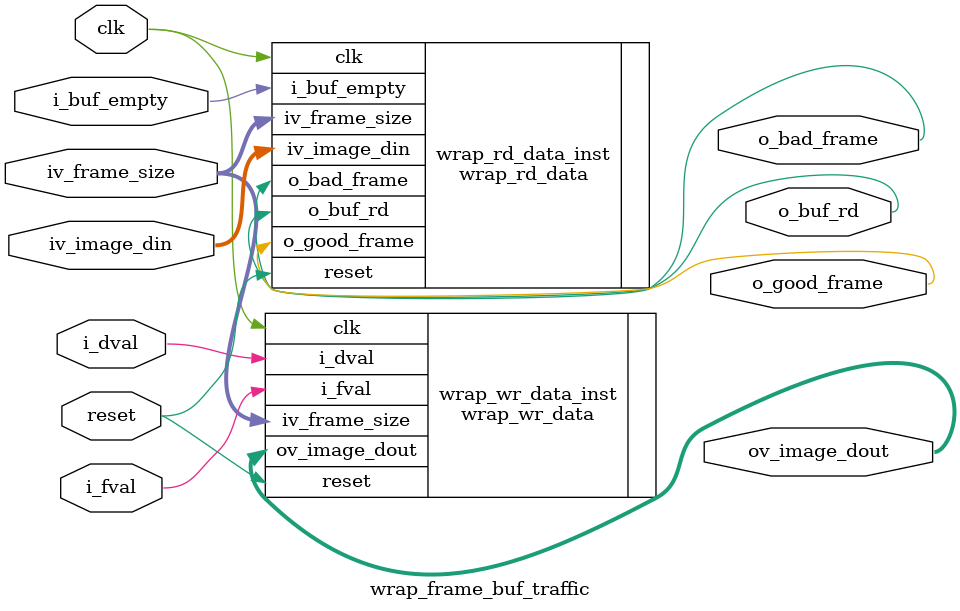
<source format=v>
`timescale 1ns/1ps

module wrap_frame_buf_traffic (
	input			clk		,
	input			reset	,
	input			i_fval	,
	input			i_dval	,
	input	[22:0]	iv_frame_size	,
	output	[31:0]	ov_image_dout	,

	input			i_buf_empty	,
	output			o_buf_rd	,
	input	[32:0]	iv_image_din	,
	output			o_good_frame	,
	output			o_bad_frame
	
);

//	ref signals



//	ref ARCHITECTURE

	//  -------------------------------------------------------------------------------------
	//	Êý¾Ý²úÉúÂß¼­
	//  -------------------------------------------------------------------------------------
	wrap_wr_data wrap_wr_data_inst (
	.clk			(clk			),
	.reset			(reset			),
	.i_fval			(i_fval			),
	.i_dval			(i_dval			),
	.iv_frame_size	(iv_frame_size	),
	.ov_image_dout	(ov_image_dout	)
	);

	//  -------------------------------------------------------------------------------------
	//	¶ÁÖ¡»º´æÊý¾ÝµÄÄ£¿é
	//  -------------------------------------------------------------------------------------
	wrap_rd_data wrap_rd_data_inst (
	.clk			(clk		),
	.reset			(reset		),
	.i_buf_empty	(i_buf_empty	),
	.o_buf_rd		(o_buf_rd		),
	.iv_frame_size	(iv_frame_size	),
	.iv_image_din	(iv_image_din	),
	.o_good_frame	(o_good_frame	),
	.o_bad_frame	(o_bad_frame	)
	);



endmodule

</source>
